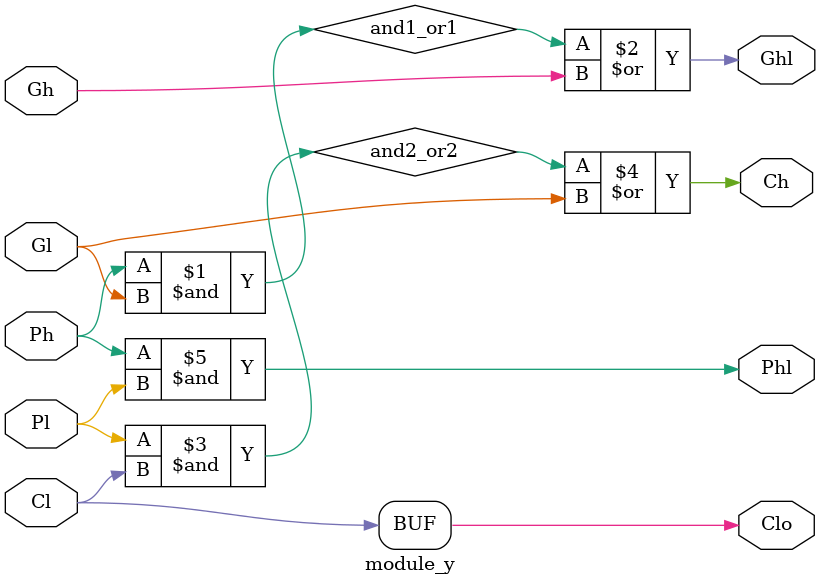
<source format=v>
`timescale 1ns/100ps

module module_y(
  	input Ph,
  	input Gh,
    input Cl,
  	input Pl,
  	input Gl,
    output Ghl,
    output Phl,
  	output Ch,
  	output Clo);

    wire and1_or1;
  	wire and2_or2;

    and and1(and1_or1,Ph,Gl);
    or or1(Ghl,and1_or1,Gh);

    and and2(and2_or2,Pl,Cl);
    or or2(Ch,and2_or2,Gl);

    and and3(Phl,Ph,Pl);

  	or (Clo,Cl,Cl);
  	//Clo = Cl;

endmodule

</source>
